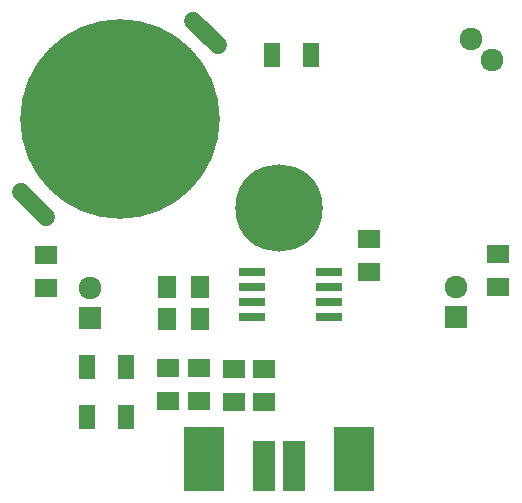
<source format=gbr>
G04 #@! TF.GenerationSoftware,KiCad,Pcbnew,no-vcs-found-4b010ca~60~ubuntu16.04.1*
G04 #@! TF.CreationDate,2017-10-03T11:45:03+03:00*
G04 #@! TF.ProjectId,TuxCon_Kitty_Rev_A,547578436F6E5F4B697474795F526576,rev?*
G04 #@! TF.SameCoordinates,Original*
G04 #@! TF.FileFunction,Soldermask,Bot*
G04 #@! TF.FilePolarity,Negative*
%FSLAX46Y46*%
G04 Gerber Fmt 4.6, Leading zero omitted, Abs format (unit mm)*
G04 Created by KiCad (PCBNEW no-vcs-found-4b010ca~60~ubuntu16.04.1) date Tue Oct  3 11:45:03 2017*
%MOMM*%
%LPD*%
G01*
G04 APERTURE LIST*
%ADD10R,3.400000X5.480000*%
%ADD11R,1.924000X4.210000*%
%ADD12C,7.400000*%
%ADD13R,2.301600X0.701600*%
%ADD14C,1.924000*%
%ADD15R,1.924000X1.924000*%
%ADD16C,1.510000*%
%ADD17C,1.510000*%
%ADD18C,16.900000*%
%ADD19R,1.879600X1.625600*%
%ADD20R,1.400000X2.100000*%
%ADD21R,1.625600X1.879600*%
G04 APERTURE END LIST*
D10*
X120150000Y-81788000D03*
X132850000Y-81788000D03*
D11*
X125230000Y-82423000D03*
X127770000Y-82423000D03*
D12*
X126500000Y-60579000D03*
D13*
X124276500Y-65976500D03*
X124276500Y-67246500D03*
X124276500Y-68516500D03*
X124276500Y-69786500D03*
X130746500Y-69786500D03*
X130746500Y-68516500D03*
X130746500Y-67246500D03*
X130746500Y-65976500D03*
D14*
X110490000Y-67310000D03*
D15*
X110490000Y-69850000D03*
X141478000Y-69786500D03*
D14*
X141478000Y-67246500D03*
D16*
X120304007Y-45748493D03*
D17*
X121346990Y-46791476D02*
X119261024Y-44705510D01*
D18*
X113030000Y-53022500D03*
D16*
X105755993Y-60296507D03*
D17*
X106798976Y-61339490D02*
X104713010Y-59253524D01*
D14*
X142752513Y-46268936D03*
X144548564Y-48064987D03*
D19*
X119761000Y-74104500D03*
X119761000Y-76898500D03*
X117094000Y-76898500D03*
X117094000Y-74104500D03*
D20*
X129221500Y-47625000D03*
X125921500Y-47625000D03*
X110237000Y-78232000D03*
X113537000Y-78232000D03*
X110237000Y-74041000D03*
X113537000Y-74041000D03*
D19*
X145097500Y-67246500D03*
X145097500Y-64452500D03*
X106807000Y-64516000D03*
X106807000Y-67310000D03*
D21*
X119824500Y-69977000D03*
X117030500Y-69977000D03*
X119824500Y-67246500D03*
X117030500Y-67246500D03*
D19*
X134175500Y-65976500D03*
X134175500Y-63182500D03*
X122745500Y-76962000D03*
X122745500Y-74168000D03*
X125222000Y-74168000D03*
X125222000Y-76962000D03*
M02*

</source>
